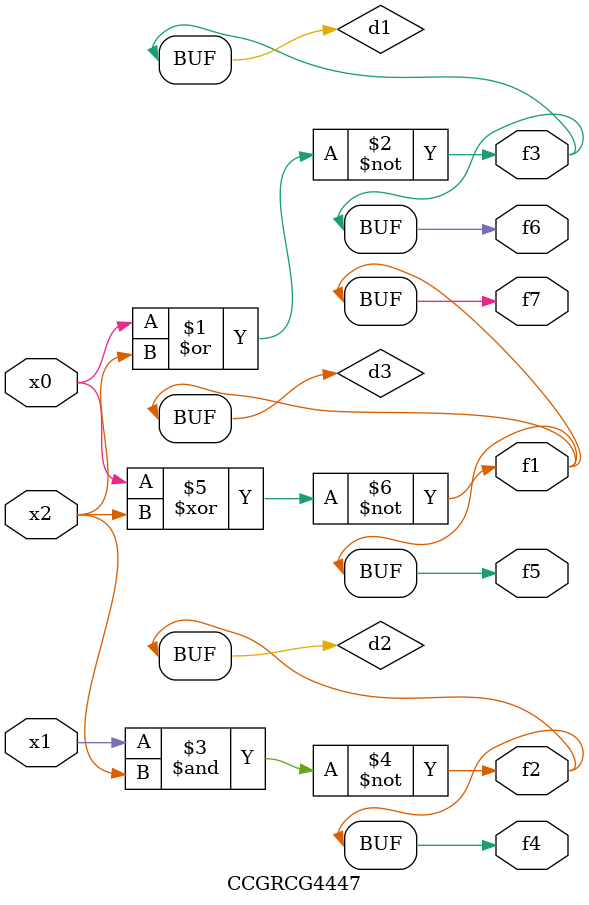
<source format=v>
module CCGRCG4447(
	input x0, x1, x2,
	output f1, f2, f3, f4, f5, f6, f7
);

	wire d1, d2, d3;

	nor (d1, x0, x2);
	nand (d2, x1, x2);
	xnor (d3, x0, x2);
	assign f1 = d3;
	assign f2 = d2;
	assign f3 = d1;
	assign f4 = d2;
	assign f5 = d3;
	assign f6 = d1;
	assign f7 = d3;
endmodule

</source>
